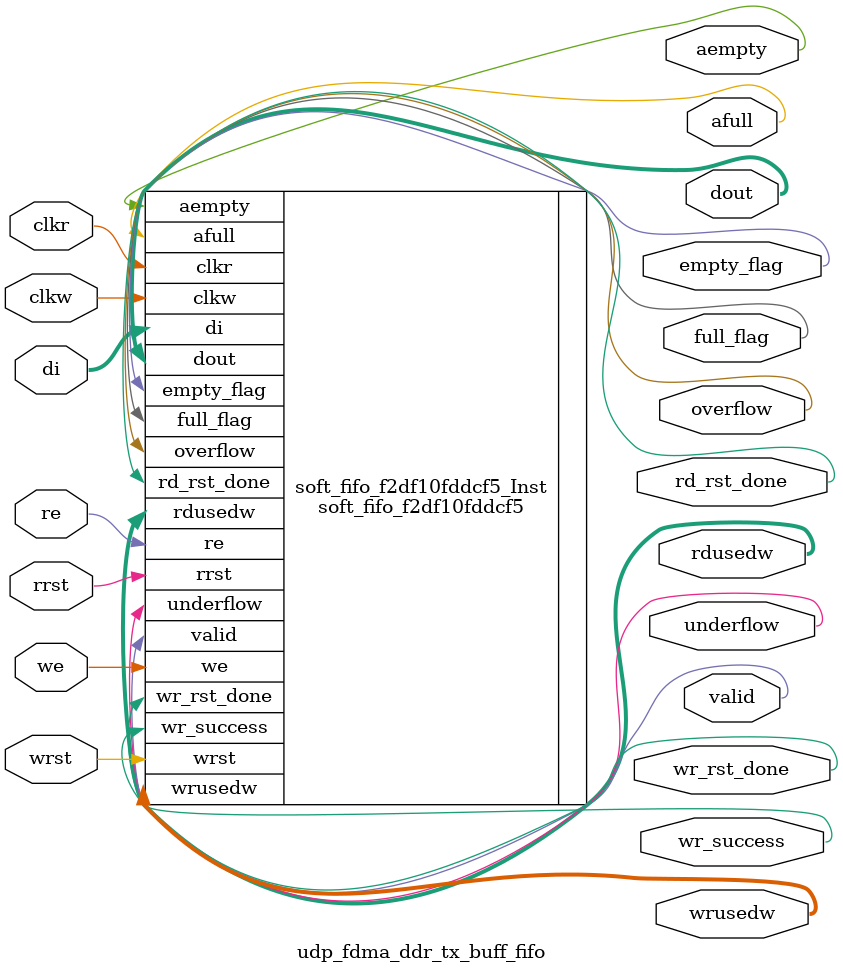
<source format=v>
/************************************************************\
**	Copyright (c) 2012-2025 Anlogic Inc.
**	All Right Reserved.
\************************************************************/
/************************************************************\
**	Build time: Sep 14 2025 14:12:30
**	TD version	:	6.2.168116
************************************************************/
`timescale 1ns/1ps
module udp_fdma_ddr_tx_buff_fifo
(
  input   [31:0]                di,
  input                         clkr,
  input                         rrst,
  input                         re,
  input                         clkw,
  input                         wrst,
  input                         we,
  output  [31:0]                dout,
  output                        empty_flag,
  output                        aempty,
  output                        full_flag,
  output                        afull,
  output                        valid,
  output                        overflow,
  output                        underflow,
  output                        wr_success,
  output  [11:0]                rdusedw,
  output  [11:0]                wrusedw,
  output                        wr_rst_done,
  output                        rd_rst_done
);

  soft_fifo_f2df10fddcf5
  #(
      .COMMON_CLK_EN(0),
      .MEMORY_TYPE(0),
      .RST_TYPE(1),
      .DATA_WIDTH_W(32),
      .ADDR_WIDTH_W(11),
      .DATA_WIDTH_R(32),
      .ADDR_WIDTH_R(11),
      .DOUT_INITVAL(32'h0),
      .OUTREG_EN("NOREG"),
      .SHOW_AHEAD_EN(1),
      .AL_FULL_NUM(1024),
      .AL_EMPTY_NUM(128),
      .RDUSEDW_WIDTH(12),
      .WRUSEDW_WIDTH(12),
      .ASYNC_RST_SYNC_RELS(0),
      .SYNC_STAGE(2)
  )soft_fifo_f2df10fddcf5_Inst
  (
      .di(di),
      .clkr(clkr),
      .rrst(rrst),
      .re(re),
      .clkw(clkw),
      .wrst(wrst),
      .we(we),
      .dout(dout),
      .empty_flag(empty_flag),
      .aempty(aempty),
      .full_flag(full_flag),
      .afull(afull),
      .valid(valid),
      .overflow(overflow),
      .underflow(underflow),
      .wr_success(wr_success),
      .rdusedw(rdusedw),
      .wrusedw(wrusedw),
      .wr_rst_done(wr_rst_done),
      .rd_rst_done(rd_rst_done)
  );
endmodule

</source>
